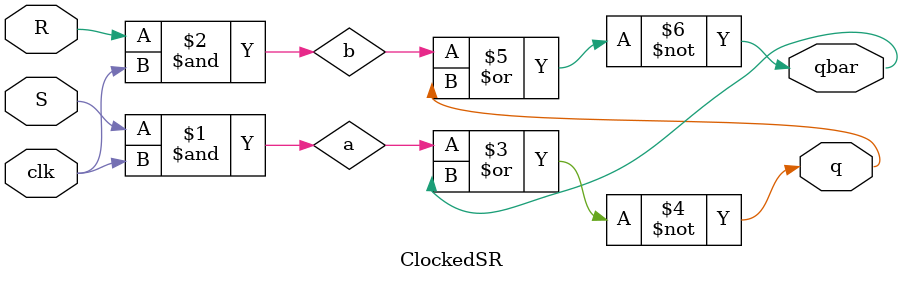
<source format=v>
`timescale 1ns / 1ps
module ClockedSR( input S, input R, input clk, output q, output qbar
    );
wire a,b;

assign a = S&clk, b=R&clk;
		//This does not follow the "preferred" convention.Flip Sand R to achieve that.
assign q = ~(a|qbar), qbar = ~(b|q);
 

endmodule

</source>
